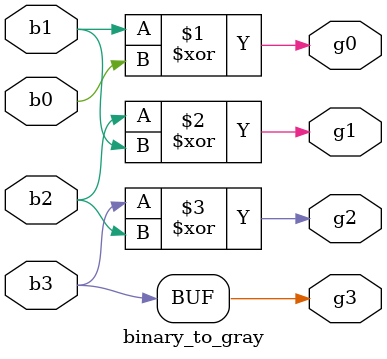
<source format=v>
`timescale 1ns / 1ps


module binary_to_gray(input b0,b1,b2,b3,output g0,g1,g2,g3);
assign g0=b1^b0;
assign g1=b2^b1;
assign g2=b3^b2;
assign g3=b3;
endmodule
</source>
